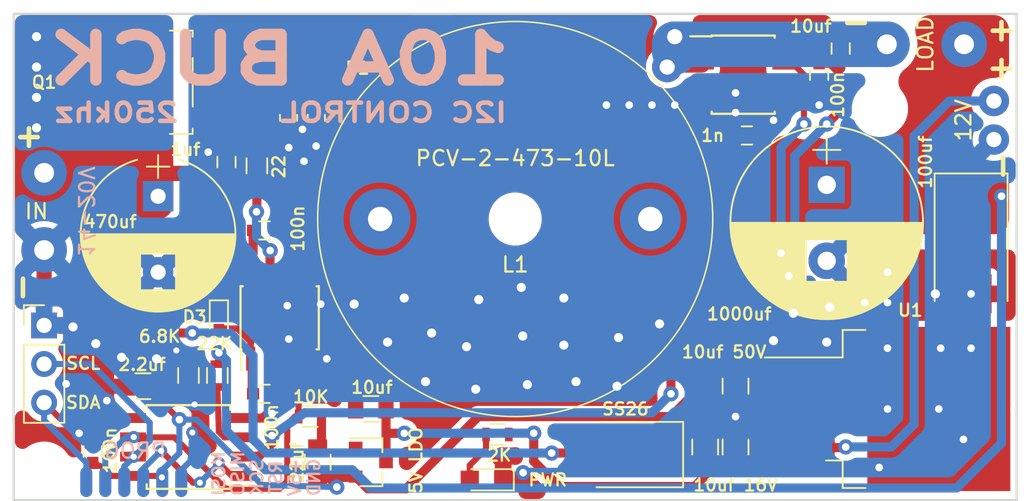
<source format=kicad_pcb>
(kicad_pcb (version 20221018) (generator pcbnew)
  (layers (0 "F.Cu" signal) (31 "B.Cu" signal) (34 "B.Paste" user) (35 "F.Paste" user) (36 "B.SilkS" user "B.Silkscreen") (37 "F.SilkS" user "F.Silkscreen") (38 "B.Mask" user) (39 "F.Mask" user) (44 "Edge.Cuts" user))
  (net 0 "")
  (net 1 "GND")
  (net 2 "Net-(C1-Pad2)")
  (net 3 "+12V")
  (net 4 "+5V")
  (net 5 "Net-(C6-Pad1)")
  (net 6 "Net-(C8-Pad2)")
  (net 7 "Net-(C8-Pad1)")
  (net 8 "/VOUT")
  (net 9 "Net-(C15-Pad2)")
  (net 10 "/SCL")
  (net 11 "/SDA")
  (net 12 "Net-(J4-Pad2)")
  (net 13 "Net-(Q1-Pad1)")
  (net 14 "/Vsense")
  (net 15 "/PWM")
  (net 16 "Net-(R4-Pad2)")
  (net 17 "Net-(U3-Pad5)")
  (net 18 "/Isense")
  (net 19 "/RST")
  (net 20 "Net-(D4-Pad2)")
  (footprint "Capacitors_SMD:C_0805" (layer "F.Cu") (at 213.5 132.5 90)
    (fp_text reference "C1" hide)
    (fp_text value "10uf 50V")
  )
  (footprint "Capacitors_SMD:C_0805" (layer "F.Cu") (at 189.5 134)
    (fp_text reference "C2" hide)
    (fp_text value "10uf")
  )
  (footprint "Capacitors_SMD:C_0805" (layer "F.Cu") (at 213.5 136.5 -90)
    (fp_text reference "C3" hide)
    (fp_text value "10uf 16V")
  )
  (footprint "Capacitors_SMD:C_0805" (layer "F.Cu") (at 174.5 132.5)
    (fp_text reference "C4" hide)
    (fp_text value "2.2uf")
  )
  (footprint "Capacitors_SMD:C_0805" (layer "F.Cu") (at 211.5 136.5 -90)
    (fp_text reference "C5" hide)
    (fp_text value "10uf 16V" hide)
  )
  (footprint "Capacitors_THT:CP_Radial_D10.0mm_P5.00mm" (layer "F.Cu") (at 175.5 120 -90)
    (fp_text reference "C6" hide)
    (fp_text value "470uf")
  )
  (footprint "Capacitors_SMD:C_0603" (layer "F.Cu") (at 182.5 133 180)
    (fp_text reference "C7" hide)
    (fp_text value "100n")
  )
  (footprint "Capacitors_SMD:C_0603" (layer "F.Cu") (at 182.5 122.25 180)
    (fp_text reference "C8" hide)
    (fp_text value "100n")
  )
  (footprint "Capacitors_SMD:C_0603" (layer "F.Cu") (at 180 117.75 -90)
    (fp_text reference "C9" hide)
    (fp_text value "1uf")
  )
  (footprint "Capacitors_THT:CP_Radial_D12.5mm_P5.00mm" (layer "F.Cu") (at 219.5 119.25 -90)
    (fp_text reference "C10" hide)
    (fp_text value "1000uf")
  )
  (footprint "Capacitors_SMD:C_0603" (layer "F.Cu") (at 171.2 136.8 -90)
    (fp_text reference "C11" hide)
    (fp_text value "100n")
  )
  (footprint "Capacitors_Tantalum_SMD:CP_Tantalum_Case-V_EIA-7343-20_Reflow" (layer "F.Cu") (at 229 123.25 -90)
    (fp_text reference "C12" hide)
    (fp_text value "100uf")
  )
  (footprint "Capacitors_SMD:C_0805" (layer "F.Cu") (at 186 137.5 -90)
    (fp_text reference "C13" hide)
    (fp_text value "22uf")
  )
  (footprint "Capacitors_SMD:C_0603" (layer "F.Cu") (at 219 112 90)
    (fp_text reference "C14" hide)
    (fp_text value "100n")
  )
  (footprint "Capacitors_SMD:C_0603" (layer "F.Cu") (at 214.25 116)
    (fp_text reference "C15" hide)
    (fp_text value "1n")
  )
  (footprint "D_Powermite3" (layer "F.Cu") (at 185 112.5 -90)
    (fp_text reference "D1")
    (fp_text value "PPS1045" hide)
  )
  (footprint "Diodes_SMD:D_SMB" (layer "F.Cu") (at 206.5 137 180)
    (fp_text reference "D2" hide)
    (fp_text value "SS26")
  )
  (footprint "Diodes_SMD:D_SOD-523" (layer "F.Cu") (at 179.5 128 -90)
    (fp_text reference "D3")
    (fp_text value "1N5819" hide)
  )
  (footprint "KiCadCustomLibs:Conn_Power" (layer "F.Cu") (at 168 121 90)
    (fp_text reference "J1" hide)
    (fp_text value "IN")
  )
  (footprint "KiCadCustomLibs:Conn2pin_2.54mm" (layer "F.Cu") (at 230.5 115 90)
    (fp_text reference "J2" hide)
    (fp_text value "12V")
  )
  (footprint "Pin_Headers:Pin_Header_Straight_1x03_Pitch2.54mm" (layer "F.Cu") (at 168 128.5)
    (fp_text reference "J3" hide)
    (fp_text value "i2c" hide)
  )
  (footprint "KiCadCustomLibs:Conn_Power" (layer "F.Cu") (at 226 110 180)
    (fp_text reference "J4" hide)
    (fp_text value "LOAD")
  )
  (footprint "KiCadCustomLibs:PCV-2-473-10L" (layer "F.Cu") (at 199 121.5)
    (fp_text reference "L1")
    (fp_text value "47uH" hide)
  )
  (footprint "TO_SOT_Packages_SMD:TO-252-2_Rectifier" (layer "F.Cu") (at 175.5 112.5 180)
    (fp_text reference "Q1")
    (fp_text value "IRLR8726PBF" hide)
  )
  (footprint "Resistors_SMD:R_0603" (layer "F.Cu") (at 179.4 131.8 90)
    (fp_text reference "R1" hide)
    (fp_text value "22K")
  )
  (footprint "Resistors_SMD:R_0603" (layer "F.Cu") (at 177.5 131.8 -90)
    (fp_text reference "R2" hide)
    (fp_text value "6.8K")
  )
  (footprint "Resistors_SMD:R_0603" (layer "F.Cu") (at 185.5 134.5 180)
    (fp_text reference "R3" hide)
    (fp_text value "10K")
  )
  (footprint "Resistors_SMD:R_0603" (layer "F.Cu") (at 182 118 -90)
    (fp_text reference "R4" hide)
    (fp_text value "22")
  )
  (footprint "TO_SOT_Packages_SMD:TO-263-3_TabPin2" (layer "F.Cu") (at 223.5 134)
    (fp_text reference "U1")
    (fp_text value "LM2940-12V" hide)
  )
  (footprint "TO_SOT_Packages_SMD:SOT-23" (layer "F.Cu") (at 189.5 137.5)
    (fp_text reference "U2" hide)
    (fp_text value "MCP1703-5V" hide)
  )
  (footprint "Housings_SOIC:SOIC-8_3.9x4.9mm_Pitch1.27mm" (layer "F.Cu") (at 183.5 128 90)
    (fp_text reference "U3" hide)
    (fp_text value "IR2101")
  )
  (footprint "Housings_SOIC:SOIJ-8_5.3x5.3mm_Pitch1.27mm" (layer "F.Cu") (at 177.5 136.5 180)
    (fp_text reference "U4" hide)
    (fp_text value "ATTINY85-20SU" hide)
  )
  (footprint "Housings_SOIC:SOIC-8_3.9x4.9mm_Pitch1.27mm" (layer "F.Cu") (at 214 112)
    (fp_text reference "U5" hide)
    (fp_text value "ACS712-5" hide)
  )
  (footprint "Mounting_Holes:MountingHole_3.2mm_M3" (layer "F.Cu") (at 168 138)
    (fp_text reference "REF**" hide)
    (fp_text value "MountingHole_3.2mm_M3" hide)
  )
  (footprint "Mounting_Holes:MountingHole_3.2mm_M3" (layer "F.Cu") (at 223 114.25)
    (fp_text reference "REF**" hide)
    (fp_text value "MountingHole_3.2mm_M3" hide)
  )
  (footprint "LEDs:LED_0805" (layer "F.Cu") (at 197.11 138.66 180)
    (fp_text reference "D4" hide)
    (fp_text value "LED" hide)
  )
  (footprint "Resistors_SMD:R_0603" (layer "F.Cu") (at 197.83 135.68)
    (fp_text reference "R5" hide)
    (fp_text value "2K")
  )
  (footprint "Capacitors_SMD:C_0603" (layer "F.Cu") (at 220.42 110.28 -90)
    (fp_text reference "C16" hide)
    (fp_text value "10uf")
  )
  (footprint "KiCadCustomLibs:Pads_prog_6pin1.25mm" (layer "B.Cu") (at 173.9 138.8)
    (fp_text reference "J5" hide)
    (fp_text value "PROG")
  )
  (gr_line (start 232 140) (end 166 140) (stroke (width 0.15)) (layer "Edge.Cuts"))
  (gr_line (start 166 108) (end 166 140) (stroke (width 0.15)) (layer "Edge.Cuts"))
  (gr_line (start 232 108) (end 232 140) (stroke (width 0.15)) (layer "Edge.Cuts"))
  (gr_line (start 166 108) (end 232 108) (stroke (width 0.15)) (layer "Edge.Cuts"))
  (gr_text "14-20V" (at 170.75 121 270) (layer "B.SilkS") (effects (font (size 1 1)) (justify mirror)))
  (gr_text "MOSI" (at 179.5 138.25 90) (layer "B.SilkS") (effects (font (size 0.8 0.8)) (justify mirror)))
  (gr_text "SCK" (at 182 138.5 90) (layer "B.SilkS") (effects (font (size 0.8 0.8)) (justify mirror)))
  (gr_text "I2C CONTROL" (at 191 114.5) (layer "B.SilkS") (effects (font (size 1.2 1.5) (thickness 0.3)) (justify mirror)))
  (gr_text "MISO" (at 180.75 138.25 90) (layer "B.SilkS") (effects (font (size 0.8 0.8)) (justify mirror)))
  (gr_text "RST" (at 183.25 138.5 90) (layer "B.SilkS") (effects (font (size 0.8 0.8)) (justify mirror)))
  (gr_text "+5V" (at 184.5 138.5 90) (layer "B.SilkS") (effects (font (size 0.8 0.8)) (justify mirror)))
  (gr_text "250khz" (at 172.75 114.5) (layer "B.SilkS") (effects (font (size 1.2 1.5) (thickness 0.3)) (justify mirror)))
  (gr_text "GND" (at 185.75 138.5 90) (layer "B.SilkS") (effects (font (size 0.8 0.8)) (justify mirror)))
  (gr_text "10A BUCK" (at 183.5 111) (layer "B.SilkS") (effects (font (size 3 4) (thickness 0.75)) (justify mirror)))
  (gr_text "-" (at 231 118 90) (layer "F.SilkS") (effects (font (size 1.5 1.5) (thickness 0.3))))
  (gr_text "+" (at 231 111.5) (layer "F.SilkS") (effects (font (size 1.5 1.5) (thickness 0.3))))
  (gr_text "SDA" (at 170.575 133.575) (layer "F.SilkS") (effects (font (size 0.8 0.8))))
  (gr_text "5V LDO" (at 192.47 137.38 90) (layer "F.SilkS") (effects (font (size 0.8 0.8))))
  (gr_text "-" (at 221.43 108.49) (layer "F.SilkS") (effects (font (size 1.5 1.5) (thickness 0.3))))
  (gr_text "-" (at 166.5 126 90) (layer "F.SilkS") (effects (font (size 1.5 1.5) (thickness 0.3))))
  (gr_text "SCL" (at 170.575 131) (layer "F.SilkS") (effects (font (size 0.8 0.8))))
  (gr_text "+" (at 167 116) (layer "F.SilkS") (effects (font (size 1.5 1.5) (thickness 0.3))))
  (gr_text "PWR" (at 201.14 138.67) (layer "F.SilkS") (effects (font (size 0.8 0.8))))
  (gr_text "+" (at 231 109) (layer "F.SilkS") (effects (font (size 1.5 1.5) (thickness 0.3))))
  (segment (start 177.75 135.55) (end 177.9 135.4) (width 0.4) (layer "F.Cu") (net 1))
  (segment (start 177.9 135.4) (end 177.9 133.7) (width 0.4) (layer "F.Cu") (net 1))
  (segment (start 176.7 130.15) (end 177.3 131.05) (width 0.4) (layer "F.Cu") (net 1))
  (segment (start 177.3 131.05) (end 177.5 131.05) (width 0.4) (layer "F.Cu") (net 1))
  (segment (start 216.7 114.3) (end 216 115) (width 0.6) (layer "F.Cu") (net 1))
  (segment (start 209.595 113.905) (end 209.5 114) (width 0.4) (layer "F.Cu") (net 1))
  (segment (start 208 114) (end 206.5 114) (width 0.4) (layer "F.Cu") (net 1))
  (segment (start 222 127) (end 223.5 127) (width 0.4) (layer "F.Cu") (net 1))
  (segment (start 214 134) (end 213.5 134.5) (width 1) (layer "F.Cu") (net 1))
  (segment (start 223.5 130) (end 226.875 133.375) (width 0.4) (layer "F.Cu") (net 1))
  (segment (start 226.875 133.375) (end 226.875 134) (width 0.4) (layer "F.Cu") (net 1))
  (segment (start 227 130) (end 229 130) (width 0.4) (layer "F.Cu") (net 1))
  (segment (start 228.5 136) (end 226.875 134.375) (width 0.4) (layer "F.Cu") (net 1))
  (segment (start 226.875 134.375) (end 226.875 134) (width 0.4) (layer "F.Cu") (net 1))
  (segment (start 183.25 133.75) (end 183 134) (width 0.4) (layer "F.Cu") (net 1))
  (segment (start 182.405 134.595) (end 181.15 134.595) (width 0.6) (layer "F.Cu") (net 1))
  (segment (start 183 134) (end 182.405 134.595) (width 0.6) (layer "F.Cu") (net 1))
  (segment (start 184.135 129.435) (end 184.1 129.4) (width 0.4) (layer "F.Cu") (net 1))
  (segment (start 184 127.2) (end 184.1 127.1) (width 0.4) (layer "F.Cu") (net 1))
  (segment (start 184.1 127.1) (end 186.2 127.1) (width 0.4) (layer "F.Cu") (net 1))
  (segment (start 178.8 117.1) (end 178.9 117) (width 0.4) (layer "F.Cu") (net 1))
  (segment (start 178.9 117) (end 180 117) (width 0.6) (layer "F.Cu") (net 1))
  (segment (start 184.0855 116.7855) (end 184.1 116.8) (width 0.4) (layer "F.Cu") (net 1))
  (segment (start 185.9145 116.6855) (end 185.9 116.7) (width 0.4) (layer "F.Cu") (net 1))
  (segment (start 186.25 136.25) (end 186 136.5) (width 0.6) (layer "F.Cu") (net 1))
  (segment (start 170.75 136.05) (end 170.3 135.6) (width 0.6) (layer "F.Cu") (net 1))
  (segment (start 169.45 132.35) (end 172.125 133.45) (width 0.6) (layer "F.Cu") (net 1))
  (segment (start 185 115.6) (end 185 115.553) (width 0.6) (layer "F.Cu") (net 1))
  (segment (start 185 115.553) (end 185 115.6) (width 0.6) (layer "F.Cu") (net 1))
  (segment (start 185 115.6) (end 185 115.553) (width 0.6) (layer "F.Cu") (net 1))
  (segment (start 185 115.553) (end 185.9145 115.553) (width 1) (layer "F.Cu") (net 1))
  (segment (start 188.4 127.1) (end 190.6 129.3) (width 1) (layer "F.Cu") (net 1))
  (segment (start 190.6 129.3) (end 190.6 129.6) (width 1) (layer "F.Cu") (net 1))
  (segment (start 193.1 132.2) (end 193.5 131.8) (width 1) (layer "F.Cu") (net 1))
  (segment (start 193.5 131.8) (end 193.5 129) (width 1) (layer "F.Cu") (net 1))
  (segment (start 191.7 126.7) (end 191.8 126.8) (width 1) (layer "F.Cu") (net 1))
  (segment (start 191.8 126.8) (end 196.6 126.8) (width 1) (layer "F.Cu") (net 1))
  (segment (start 195.8 129.9) (end 196.4 130.5) (width 1) (layer "F.Cu") (net 1))
  (segment (start 196.4 130.5) (end 196.4 132.7) (width 1) (layer "F.Cu") (net 1))
  (segment (start 199.8 132.4) (end 199.5 132.1) (width 1) (layer "F.Cu") (net 1))
  (segment (start 199.5 132.1) (end 199.5 129.2) (width 1) (layer "F.Cu") (net 1))
  (segment (start 199.4 126) (end 200.1 126.7) (width 1) (layer "F.Cu") (net 1))
  (segment (start 200.1 126.7) (end 202.2 126.7) (width 1) (layer "F.Cu") (net 1))
  (segment (start 202.2 129.8) (end 203 130.6) (width 1) (layer "F.Cu") (net 1))
  (segment (start 203 130.6) (end 203 132.2) (width 1) (layer "F.Cu") (net 1))
  (segment (start 205.7 132.5) (end 205.8 132.4) (width 1) (layer "F.Cu") (net 1))
  (segment (start 205.8 132.4) (end 205.8 129.3) (width 1) (layer "F.Cu") (net 1))
  (segment (start 208.5 128.4) (end 208.5 128.5) (width 1) (layer "F.Cu") (net 1))
  (segment (start 222 125) (end 219.7 127.3) (width 1) (layer "F.Cu") (net 1))
  (segment (start 219.5 129.6) (end 216 129.5) (width 1) (layer "F.Cu") (net 1))
  (segment (start 169.8 128.5) (end 169.9 128.6) (width 0.6) (layer "F.Cu") (net 1))
  (segment (start 171.4 129.7) (end 172.3 130.6) (width 0.6) (layer "F.Cu") (net 1))
  (segment (start 172.3 130.6) (end 173.1 130.6) (width 0.6) (layer "F.Cu") (net 1))
  (segment (start 222.95 137.85) (end 223.825 138.725) (width 0.6) (layer "F.Cu") (net 1))
  (segment (start 199.05 138.66) (end 199.52 138.19) (width 0.4) (layer "F.Cu") (net 1))
  (segment (start 219.46 109.53) (end 218.93 109) (width 0.6) (layer "F.Cu") (net 1))
  (segment (start 218.93 109) (end 215.18 109) (width 0.6) (layer "F.Cu") (net 1))
  (segment (start 215.18 109) (end 213.5 110.68) (width 0.6) (layer "F.Cu") (net 1))
  (segment (start 213.5 110.68) (end 213.5 113.2) (width 0.6) (layer "F.Cu") (net 1))
  (segment (start 198.21 138.66) (end 199.05 138.66) (width 0.4) (layer "F.Cu") (net 1))
  (segment (start 217.725 134) (end 214 134) (width 1) (layer "F.Cu") (net 1))
  (segment (start 211.3 113.905) (end 209.595 113.905) (width 0.4) (layer "F.Cu") (net 1))
  (segment (start 184.0855 115.553) (end 184.0855 116.7855) (width 2) (layer "F.Cu") (net 1))
  (segment (start 168 128.5) (end 169.8 128.5) (width 0.6) (layer "F.Cu") (net 1))
  (segment (start 185.9145 115.553) (end 185.9145 116.6855) (width 2) (layer "F.Cu") (net 1))
  (segment (start 217.725 134) (end 226.875 134) (width 1) (layer "F.Cu") (net 1))
  (segment (start 216.7 113.905) (end 216.7 114.3) (width 0.6) (layer "F.Cu") (net 1))
  (segment (start 186.25 134.5) (end 186.25 136.25) (width 0.6) (layer "F.Cu") (net 1))
  (segment (start 183 134) (end 183 134.3) (width 0.4) (layer "F.Cu") (net 1))
  (segment (start 185.405 130.7) (end 184.135 130.7) (width 0.6) (layer "F.Cu") (net 1))
  (segment (start 186.6 130.7) (end 185.405 130.7) (width 0.6) (layer "F.Cu") (net 1))
  (segment (start 213.5 114.5) (end 213.5 116) (width 0.6) (layer "F.Cu") (net 1))
  (segment (start 217.725 134) (end 223.5 134) (width 1) (layer "F.Cu") (net 1))
  (segment (start 168 123.54) (end 168 128.5) (width 1) (layer "F.Cu") (net 1))
  (segment (start 184.135 130.7) (end 184.135 129.435) (width 0.4) (layer "F.Cu") (net 1))
  (segment (start 171.2 136.05) (end 170.75 136.05) (width 0.6) (layer "F.Cu") (net 1))
  (segment (start 220.42 109.53) (end 219.46 109.53) (width 0.6) (layer "F.Cu") (net 1))
  (segment (start 183.25 133) (end 183.25 133.75) (width 0.4) (layer "F.Cu") (net 1))
  (segment (start 223.5 125) (end 222 125) (width 1) (layer "F.Cu") (net 1))
  (segment (start 211.3 112.635) (end 211.3 113.905) (width 0.6) (layer "F.Cu") (net 1))
  (segment (start 219 112.75) (end 219 114) (width 0.6) (layer "F.Cu") (net 1))
  (segment (start 184.0855 115.553) (end 185 115.553) (width 1) (layer "F.Cu") (net 1))
  (via (at 196.6 126.8) (size 1) (drill 0.6) (layers "F.Cu" "B.Cu") (net 1))
  (via (at 171.4 129.7) (size 1) (drill 0.6) (layers "F.Cu" "B.Cu") (net 1))
  (via (at 196.4 132.7) (size 1) (drill 0.6) (layers "F.Cu" "B.Cu") (net 1))
  (via (at 186.2 127.1) (size 1) (drill 0.5) (layers "F.Cu" "B.Cu") (net 1))
  (via (at 219 114) (size 1) (drill 0.5) (layers "F.Cu" "B.Cu") (net 1))
  (via (at 205 114) (size 1) (drill 0.5) (layers "F.Cu" "B.Cu") (net 1))
  (via (at 176.7 130.15) (size 0.8) (drill 0.4) (layers "F.Cu" "B.Cu") (net 1))
  (via (at 213.5 114.5) (size 1) (drill 0.5) (layers "F.Cu" "B.Cu") (net 1))
  (via (at 222 127) (size 1) (drill 0.5) (layers "F.Cu" "B.Cu") (net 1))
  (via (at 209.5 114) (size 1) (drill 0.5) (layers "F.Cu" "B.Cu") (net 1))
  (via (at 213.5 113.2) (size 1) (drill 0.5) (layers "F.Cu" "B.Cu") (net 1))
  (via (at 219.7 127.3) (size 1) (drill 0.6) (layers "F.Cu" "B.Cu") (net 1))
  (via (at 199.4 126) (size 1) (drill 0.6) (layers "F.Cu" "B.Cu") (net 1))
  (via (at 193.1 132.2) (size 1) (drill 0.6) (layers "F.Cu" "B.Cu") (net 1))
  (via (at 227 130) (size 1) (drill 0.5) (layers "F.Cu" "B.Cu") (net 1))
  (via (at 203 132.2) (size 1) (drill 0.6) (layers "F.Cu" "B.Cu") (net 1))
  (via (at 195.8 129.9) (size 1) (drill 0.6) (layers "F.Cu" "B.Cu") (net 1))
  (via (at 199.5 129.2) (size 1) (drill 0.6) (layers "F.Cu" "B.Cu") (net 1))
  (via (at 228.5 136) (size 1) (drill 0.5) (layers "F.Cu" "B.Cu") (net 1))
  (via (at 183 134.3) (size 1) (drill 0.5) (layers "F.Cu" "B.Cu") (net 1))
  (via (at 222.95 137.85) (size 1) (drill 0.5) (layers "F.Cu" "B.Cu") (net 1))
  (via (at 216 129.5) (size 1) (drill 0.6) (layers "F.Cu" "B.Cu") (net 1))
  (via (at 169.45 132.35) (size 1) (drill 0.5) (layers "F.Cu" "B.Cu") (net 1))
  (via (at 184.1 129.4) (size 1) (drill 0.5) (layers "F.Cu" "B.Cu") (net 1))
  (via (at 191.7 126.7) (size 1) (drill 0.6) (layers "F.Cu" "B.Cu") (net 1))
  (via (at 229 126.425) (size 1) (drill 0.5) (layers "F.Cu" "B.Cu") (net 1))
  (via (at 223.5 130) (size 1) (drill 0.5) (layers "F.Cu" "B.Cu") (net 1))
  (via (at 184.1 116.8) (size 1) (drill 0.5) (layers "F.Cu" "B.Cu") (net 1))
  (via (at 206.5 114) (size 1) (drill 0.5) (layers "F.Cu" "B.Cu") (net 1))
  (via (at 186.6 130.7) (size 1) (drill 0.5) (layers "F.Cu" "B.Cu") (net 1))
  (via (at 188.4 127.1) (size 1) (drill 0.6) (layers "F.Cu" "B.Cu") (net 1))
  (via (at 208.5 128.4) (size 1) (drill 0.6) (layers "F.Cu" "B.Cu") (net 1))
  (via (at 208 114) (size 1) (drill 0.5) (layers "F.Cu" "B.Cu") (net 1))
  (via (at 223.5 127) (size 1) (drill 0.5) (layers "F.Cu" "B.Cu") (net 1))
  (via (at 184 127.2) (size 1) (drill 0.5) (layers "F.Cu" "B.Cu") (net 1))
  (via (at 223.5 134) (size 1) (drill 0.5) (layers "F.Cu" "B.Cu") (net 1))
  (via (at 205.8 129.3) (size 1) (drill 0.6) (layers "F.Cu" "B.Cu") (net 1))
  (via (at 217.3 127.7) (size 1) (drill 0.6) (layers "F.Cu" "B.Cu") (net 1))
  (via (at 205.7 132.5) (size 1) (drill 0.6) (layers "F.Cu" "B.Cu") (net 1))
  (via (at 177.9 133.7) (size 0.8) (drill 0.4) (layers "F.Cu" "B.Cu") (net 1))
  (via (at 202.2 129.8) (size 1) (drill 0.6) (layers "F.Cu" "B.Cu") (net 1))
  (via (at 172.125 133.45) (size 1) (drill 0.5) (layers "F.Cu" "B.Cu") (net 1))
  (via (at 213.5 134.5) (size 1) (drill 0.5) (layers "F.Cu" "B.Cu") (net 1))
  (via (at 223.5 125) (size 1) (drill 0.5) (layers "F.Cu" "B.Cu") (net 1))
  (via (at 219.5 129.6) (size 1) (drill 0.6) (layers "F.Cu" "B.Cu") (net 1))
  (via (at 216 115) (size 1) (drill 0.5) (layers "F.Cu" "B.Cu") (net 1))
  (via (at 170.3 135.6) (size 1) (drill 0.5) (layers "F.Cu" "B.Cu") (net 1))
  (via (at 229 130) (size 1) (drill 0.5) (layers "F.Cu" "B.Cu") (net 1))
  (via (at 202.2 126.7) (size 1) (drill 0.6) (layers "F.Cu" "B.Cu") (net 1))
  (via (at 193.5 129) (size 1) (drill 0.6) (layers "F.Cu" "B.Cu") (net 1))
  (via (at 178.8 117.1) (size 1) (drill 0.5) (layers "F.Cu" "B.Cu") (net 1))
  (via (at 185 115.6) (size 1) (drill 0.5) (layers "F.Cu" "B.Cu") (net 1))
  (via (at 175.4 130.7) (size 1) (drill 0.6) (layers "F.Cu" "B.Cu") (net 1))
  (via (at 199.8 132.4) (size 1) (drill 0.6) (layers "F.Cu" "B.Cu") (net 1))
  (via (at 226.65 126.43) (size 1) (drill 0.6) (layers "F.Cu" "B.Cu") (net 1))
  (via (at 199.52 138.19) (size 1) (drill 0.5) (layers "F.Cu" "B.Cu") (net 1))
  (via (at 169.9 128.6) (size 1) (drill 0.6) (layers "F.Cu" "B.Cu") (net 1))
  (via (at 190.6 129.6) (size 1) (drill 0.6) (layers "F.Cu" "B.Cu") (net 1))
  (via (at 173.1 130.6) (size 1) (drill 0.6) (layers "F.Cu" "B.Cu") (net 1))
  (via (at 185.1 117.7) (size 1) (drill 0.5) (layers "F.Cu" "B.Cu") (net 1))
  (via (at 226.875 134) (size 1) (drill 0.5) (layers "F.Cu" "B.Cu") (net 1))
  (via (at 177.75 135.55) (size 0.8) (drill 0.4) (layers "F.Cu" "B.Cu") (net 1))
  (via (at 185.9 116.7) (size 1) (drill 0.5) (layers "F.Cu" "B.Cu") (net 1))
  (segment (start 177.025 138.025) (end 177.75 137.3) (width 0.4) (layer "B.Cu") (net 1))
  (segment (start 177.75 137.3) (end 177.75 135.55) (width 0.4) (layer "B.Cu") (net 1))
  (segment (start 177.9 133.7) (end 176.7 132.15) (width 0.4) (layer "B.Cu") (net 1))
  (segment (start 176.7 132.15) (end 176.7 130.15) (width 0.4) (layer "B.Cu") (net 1))
  (segment (start 215.5 114.5) (end 216 115) (width 0.4) (layer "B.Cu") (net 1))
  (segment (start 217 114) (end 216 115) (width 0.4) (layer "B.Cu") (net 1))
  (segment (start 209.5 114) (end 208 114) (width 0.4) (layer "B.Cu") (net 1))
  (segment (start 206.5 114) (end 205 114) (width 0.4) (layer "B.Cu") (net 1))
  (segment (start 229 126.5) (end 229 126.425) (width 0.4) (layer "B.Cu") (net 1))
  (segment (start 219.5 124.5) (end 222 127) (width 0.4) (layer "B.Cu") (net 1))
  (segment (start 223.5 127) (end 223.5 125) (width 0.4) (layer "B.Cu") (net 1))
  (segment (start 219 134.5) (end 223.5 130) (width 0.4) (layer "B.Cu") (net 1))
  (segment (start 226.875 134) (end 227 133.875) (width 0.4) (layer "B.Cu") (net 1))
  (segment (start 227 133.875) (end 227 130) (width 0.4) (layer "B.Cu") (net 1))
  (segment (start 229 135.5) (end 228.5 136) (width 0.4) (layer "B.Cu") (net 1))
  (segment (start 184.1 127.3) (end 184 127.2) (width 0.4) (layer "B.Cu") (net 1))
  (segment (start 175.5 125) (end 178.8 121.7) (width 0.4) (layer "B.Cu") (net 1))
  (segment (start 178.8 121.7) (end 178.8 117.1) (width 0.4) (layer "B.Cu") (net 1))
  (segment (start 185.9 116.7) (end 185.9 116.8) (width 0.4) (layer "B.Cu") (net 1))
  (segment (start 183 133.4) (end 185.7 130.7) (width 0.6) (layer "B.Cu") (net 1))
  (segment (start 185.7 130.7) (end 186.6 130.7) (width 0.6) (layer "B.Cu") (net 1))
  (segment (start 169.65 132.55) (end 169.45 132.35) (width 0.6) (layer "B.Cu") (net 1))
  (segment (start 185.9 116.5) (end 185 115.6) (width 0.6) (layer "B.Cu") (net 1))
  (segment (start 184.2 116.8) (end 185.1 117.7) (width 0.4) (layer "B.Cu") (net 1))
  (segment (start 190.6 129.6) (end 193.1 132.1) (width 1) (layer "B.Cu") (net 1))
  (segment (start 193.1 132.1) (end 193.1 132.2) (width 1) (layer "B.Cu") (net 1))
  (segment (start 193.5 129) (end 191.7 127.2) (width 1) (layer "B.Cu") (net 1))
  (segment (start 191.7 127.2) (end 191.7 126.7) (width 1) (layer "B.Cu") (net 1))
  (segment (start 196.6 126.8) (end 195.8 127.6) (width 1) (layer "B.Cu") (net 1))
  (segment (start 195.8 127.6) (end 195.8 129.9) (width 1) (layer "B.Cu") (net 1))
  (segment (start 196.4 132.7) (end 196.7 132.4) (width 1) (layer "B.Cu") (net 1))
  (segment (start 196.7 132.4) (end 199.8 132.4) (width 1) (layer "B.Cu") (net 1))
  (segment (start 199.5 129.2) (end 199.4 129.1) (width 1) (layer "B.Cu") (net 1))
  (segment (start 199.4 129.1) (end 199.4 126) (width 1) (layer "B.Cu") (net 1))
  (segment (start 202.2 126.7) (end 202.2 129.8) (width 1) (layer "B.Cu") (net 1))
  (segment (start 203 132.2) (end 203.3 132.5) (width 1) (layer "B.Cu") (net 1))
  (segment (start 203.3 132.5) (end 205.7 132.5) (width 1) (layer "B.Cu") (net 1))
  (segment (start 205.8 129.3) (end 206.7 128.4) (width 1) (layer "B.Cu") (net 1))
  (segment (start 206.7 128.4) (end 208.5 128.4) (width 1) (layer "B.Cu") (net 1))
  (segment (start 219.7 127.3) (end 219.5 127.5) (width 1) (layer "B.Cu") (net 1))
  (segment (start 219.5 127.5) (end 219.5 129.6) (width 1) (layer "B.Cu") (net 1))
  (segment (start 216 129.5) (end 216.9 127.7) (width 1) (layer "B.Cu") (net 1))
  (segment (start 216.9 127.7) (end 217.3 127.7) (width 1) (layer "B.Cu") (net 1))
  (segment (start 169.9 128.6) (end 171 129.7) (width 0.6) (layer "B.Cu") (net 1))
  (segment (start 171 129.7) (end 171.4 129.7) (width 0.6) (layer "B.Cu") (net 1))
  (segment (start 173.1 130.6) (end 173.2 130.7) (width 0.6) (layer "B.Cu") (net 1))
  (segment (start 173.2 130.7) (end 175.4 130.7) (width 0.6) (layer "B.Cu") (net 1))
  (segment (start 226.655 126.425) (end 226.65 126.43) (width 0.6) (layer "B.Cu") (net 1))
  (segment (start 221.05 134) (end 218.575 136.475) (width 0.6) (layer "B.Cu") (net 1))
  (segment (start 218.575 136.475) (end 218.575 137.15) (width 0.6) (layer "B.Cu") (net 1))
  (segment (start 218.575 137.15) (end 219.275 137.85) (width 0.6) (layer "B.Cu") (net 1))
  (segment (start 219.275 137.85) (end 222.95 137.85) (width 0.6) (layer "B.Cu") (net 1))
  (segment (start 199.52 138.19) (end 199.64 138.07) (width 0.4) (layer "B.Cu") (net 1))
  (segment (start 199.64 138.07) (end 209.93 138.07) (width 0.4) (layer "B.Cu") (net 1))
  (segment (start 209.93 138.07) (end 213.5 134.5) (width 0.4) (layer "B.Cu") (net 1))
  (segment (start 185.9 116.7) (end 185.9 116.5) (width 0.6) (layer "B.Cu") (net 1))
  (segment (start 183 134.3) (end 183 133.4) (width 0.6) (layer "B.Cu") (net 1))
  (segment (start 213.5 114.5) (end 215.5 114.5) (width 0.4) (layer "B.Cu") (net 1))
  (segment (start 219 114) (end 217 114) (width 0.4) (layer "B.Cu") (net 1))
  (segment (start 177.025 138.8) (end 177.025 138.025) (width 0.4) (layer "B.Cu") (net 1))
  (segment (start 213.5 113.2) (end 213.5 114.5) (width 0.4) (layer "B.Cu") (net 1))
  (segment (start 184.1 116.8) (end 184.2 116.8) (width 0.4) (layer "B.Cu") (net 1))
  (segment (start 175.5 125) (end 175.5 125) (width 0.4) (layer "B.Cu") (net 1))
  (segment (start 229 126.425) (end 226.655 126.425) (width 0.6) (layer "B.Cu") (net 1))
  (segment (start 186.2 127.1) (end 188.4 127.1) (width 1) (layer "B.Cu") (net 1))
  (segment (start 229 130) (end 229 135.5) (width 0.4) (layer "B.Cu") (net 1))
  (segment (start 219.5 124.25) (end 219.5 124.5) (width 0.4) (layer "B.Cu") (net 1))
  (segment (start 223.5 134) (end 221.05 134) (width 0.6) (layer "B.Cu") (net 1))
  (segment (start 213.5 134.5) (end 219 134.5) (width 0.4) (layer "B.Cu") (net 1))
  (segment (start 170.3 135.6) (end 169.65 132.55) (width 0.6) (layer "B.Cu") (net 1))
  (segment (start 184.1 129.4) (end 184.1 127.3) (width 0.4) (layer "B.Cu") (net 1))
  (segment (start 213.54 131.46) (end 213.5 131.5) (width 0.4) (layer "F.Cu") (net 2))
  (segment (start 208.65 136.35) (end 213.5 131.5) (width 0.6) (layer "F.Cu") (net 2))
  (segment (start 217.725 131.46) (end 213.54 131.46) (width 0.6) (layer "F.Cu") (net 2))
  (segment (start 208.65 137) (end 208.65 136.35) (width 0.4) (layer "F.Cu") (net 2))
  (segment (start 180.7 128.7) (end 181.595 129.595) (width 0.4) (layer "F.Cu") (net 3))
  (segment (start 181.595 129.595) (end 181.595 130.7) (width 0.4) (layer "F.Cu") (net 3))
  (segment (start 181.595 132.845) (end 181.75 133) (width 0.4) (layer "F.Cu") (net 3))
  (segment (start 213.75 137.5) (end 214.71 136.54) (width 0.6) (layer "F.Cu") (net 3))
  (segment (start 214.71 136.54) (end 217.725 136.54) (width 0.6) (layer "F.Cu") (net 3))
  (segment (start 220.75 136.5) (end 220.71 136.54) (width 0.4) (layer "F.Cu") (net 3))
  (segment (start 220.71 136.54) (end 217.725 136.54) (width 0.6) (layer "F.Cu") (net 3))
  (segment (start 191.7 135.6) (end 190.5 135.6) (width 0.6) (layer "F.Cu") (net 3))
  (segment (start 190.5 135.6) (end 190.6 135.6) (width 0.4) (layer "F.Cu") (net 3))
  (segment (start 190.6 135.6) (end 190.5 135.6) (width 0.4) (layer "F.Cu") (net 3))
  (segment (start 190.5 135.6) (end 190.5 137.5) (width 0.6) (layer "F.Cu") (net 3))
  (segment (start 211.5 138.4) (end 210.8 139.1) (width 0.6) (layer "F.Cu") (net 3))
  (segment (start 210.8 139.1) (end 201.88 139.1) (width 0.6) (layer "F.Cu") (net 3))
  (segment (start 201.88 139.1) (end 200.22 137.44) (width 0.6) (layer "F.Cu") (net 3))
  (segment (start 200.22 137.44) (end 200.22 135.59) (width 0.6) (layer "F.Cu") (net 3))
  (segment (start 190.5 132.7) (end 186.2 128.4) (width 0.4) (layer "F.Cu") (net 3))
  (segment (start 186.2 128.4) (end 182.79 128.4) (width 0.4) (layer "F.Cu") (net 3))
  (segment (start 182.79 128.4) (end 181.595 129.595) (width 0.4) (layer "F.Cu") (net 3))
  (segment (start 181.595 129.595) (end 181.595 130.7) (width 0.4) (layer "F.Cu") (net 3))
  (segment (start 200.13 135.68) (end 200.22 135.59) (width 0.4) (layer "F.Cu") (net 3))
  (segment (start 179.5 128.7) (end 180.7 128.7) (width 0.4) (layer "F.Cu") (net 3))
  (segment (start 181.595 130.7) (end 181.595 132.845) (width 0.4) (layer "F.Cu") (net 3))
  (segment (start 211.5 137.5) (end 213.5 137.5) (width 0.6) (layer "F.Cu") (net 3))
  (segment (start 190.5 134) (end 190.5 132.7) (width 0.4) (layer "F.Cu") (net 3))
  (segment (start 211.5 137.5) (end 211.5 138.4) (width 0.6) (layer "F.Cu") (net 3))
  (segment (start 213.5 137.5) (end 213.75 137.5) (width 0.4) (layer "F.Cu") (net 3))
  (segment (start 198.58 135.68) (end 200.13 135.68) (width 0.4) (layer "F.Cu") (net 3))
  (segment (start 190.5 134) (end 190.5 135.6) (width 0.6) (layer "F.Cu") (net 3))
  (via (at 200.22 135.59) (size 1) (drill 0.5) (layers "F.Cu" "B.Cu") (net 3))
  (via (at 220.75 136.5) (size 1) (drill 0.5) (layers "F.Cu" "B.Cu") (net 3))
  (via (at 191.7 135.6) (size 1) (drill 0.5) (layers "F.Cu" "B.Cu") (net 3))
  (segment (start 227.57 113.73) (end 225.25 116.05) (width 0.6) (layer "B.Cu") (net 3))
  (segment (start 225.25 116.05) (end 225.25 135) (width 0.6) (layer "B.Cu") (net 3))
  (segment (start 225.25 135) (end 223.75 136.5) (width 0.6) (layer "B.Cu") (net 3))
  (segment (start 223.75 136.5) (end 220.75 136.5) (width 0.6) (layer "B.Cu") (net 3))
  (segment (start 200.22 135.59) (end 200.12 135.69) (width 0.4) (layer "B.Cu") (net 3))
  (segment (start 200.22 135.59) (end 191.7 135.6) (width 0.6) (layer "B.Cu") (net 3))
  (segment (start 230.5 113.73) (end 227.57 113.73) (width 0.6) (layer "B.Cu") (net 3))
  (segment (start 219 110.75) (end 218.345 110.095) (width 0.6) (layer "F.Cu") (net 4))
  (segment (start 218.345 110.095) (end 216.7 110.095) (width 0.6) (layer "F.Cu") (net 4))
  (segment (start 188.45 138.5) (end 188.5 138.45) (width 0.4) (layer "F.Cu") (net 4))
  (segment (start 219.75 111.25) (end 220.25 111.75) (width 0.6) (layer "F.Cu") (net 4))
  (segment (start 220.25 111.75) (end 220.25 114.5) (width 0.6) (layer "F.Cu") (net 4))
  (segment (start 220.25 114.5) (end 219.5 115.25) (width 0.6) (layer "F.Cu") (net 4))
  (segment (start 217 125.25) (end 210.5 131.75) (width 0.6) (layer "F.Cu") (net 4))
  (segment (start 210.5 131.75) (end 210.5 133.25) (width 0.6) (layer "F.Cu") (net 4))
  (segment (start 210.5 133.25) (end 209.25 134.5) (width 0.6) (layer "F.Cu") (net 4))
  (segment (start 209.25 134.5) (end 196.57 134.5) (width 0.6) (layer "F.Cu") (net 4))
  (segment (start 196.57 134.5) (end 191.82 139.25) (width 0.6) (layer "F.Cu") (net 4))
  (segment (start 191.82 139.25) (end 189.3 139.25) (width 0.6) (layer "F.Cu") (net 4))
  (segment (start 189.3 139.25) (end 188.5 138.45) (width 0.6) (layer "F.Cu") (net 4))
  (segment (start 186.75 138.5) (end 187.26 139.14) (width 0.6) (layer "F.Cu") (net 4))
  (segment (start 175.75 138.5) (end 175.655 138.405) (width 0.4) (layer "F.Cu") (net 4))
  (segment (start 175.655 138.405) (end 173.85 138.405) (width 0.4) (layer "F.Cu") (net 4))
  (segment (start 175.5 133.3) (end 176.9 134.7) (width 0.4) (layer "F.Cu") (net 4))
  (segment (start 172.405 138.405) (end 171.8 137.8) (width 0.4) (layer "F.Cu") (net 4))
  (segment (start 171.8 137.8) (end 171.2 137.55) (width 0.4) (layer "F.Cu") (net 4))
  (segment (start 220.42 111.58) (end 220.25 111.75) (width 0.6) (layer "F.Cu") (net 4))
  (segment (start 219 111.25) (end 219 110.75) (width 0.6) (layer "F.Cu") (net 4))
  (segment (start 219 111.25) (end 219.75 111.25) (width 0.6) (layer "F.Cu") (net 4))
  (segment (start 175.5 132.5) (end 175.5 133.3) (width 0.4) (layer "F.Cu") (net 4))
  (segment (start 220.42 111.03) (end 220.42 111.58) (width 0.6) (layer "F.Cu") (net 4))
  (segment (start 186 138.5) (end 186.75 138.5) (width 0.4) (layer "F.Cu") (net 4))
  (segment (start 186 138.5) (end 188.45 138.5) (width 0.6) (layer "F.Cu") (net 4))
  (segment (start 173.85 138.405) (end 172.405 138.405) (width 0.4) (layer "F.Cu") (net 4))
  (via (at 175.75 138.5) (size 0.8) (drill 0.4) (layers "F.Cu" "B.Cu") (net 4))
  (via (at 219.5 115.25) (size 1) (drill 0.5) (layers "F.Cu" "B.Cu") (net 4))
  (via (at 187.26 139.14) (size 1) (drill 0.5) (layers "F.Cu" "B.Cu") (net 4))
  (via (at 217 125.25) (size 1) (drill 0.5) (layers "F.Cu" "B.Cu") (net 4))
  (via (at 176.9 134.7) (size 1) (drill 0.5) (layers "F.Cu" "B.Cu") (net 4))
  (segment (start 219.5 115.25) (end 217.4 117.35) (width 0.6) (layer "B.Cu") (net 4))
  (segment (start 217.4 117.35) (end 217.4 122.9) (width 0.6) (layer "B.Cu") (net 4))
  (segment (start 217.4 122.9) (end 217.6 123.1) (width 0.6) (layer "B.Cu") (net 4))
  (segment (start 217.6 123.1) (end 217.6 124.65) (width 0.6) (layer "B.Cu") (net 4))
  (segment (start 217.6 124.65) (end 217 125.25) (width 0.6) (layer "B.Cu") (net 4))
  (segment (start 176.9 134.7) (end 176.7 134.9) (width 0.4) (layer "B.Cu") (net 4))
  (segment (start 182.34 139) (end 178.04 134.7) (width 0.4) (layer "B.Cu") (net 4))
  (segment (start 178.04 134.7) (end 176.9 134.7) (width 0.4) (layer "B.Cu") (net 4))
  (segment (start 175.775 138.025) (end 176.9 136.9) (width 0.4) (layer "B.Cu") (net 4))
  (segment (start 176.9 136.9) (end 176.9 134.7) (width 0.4) (layer "B.Cu") (net 4))
  (segment (start 187.26 139.14) (end 182.34 139) (width 0.4) (layer "B.Cu") (net 4))
  (segment (start 175.775 138.8) (end 175.775 138.025) (width 0.4) (layer "B.Cu") (net 4))
  (segment (start 168.21 118.46) (end 171 121.25) (width 0.4) (layer "F.Cu") (net 5))
  (segment (start 171 121.25) (end 171 125.9) (width 0.6) (layer "F.Cu") (net 5))
  (segment (start 171 125.9) (end 174.1 129) (width 0.6) (layer "F.Cu") (net 5))
  (segment (start 174.1 129) (end 177.75 129) (width 0.6) (layer "F.Cu") (net 5))
  (segment (start 176 118.5) (end 175.5 119) (width 0.6) (layer "F.Cu") (net 5))
  (segment (start 175.5 119) (end 175.5 120) (width 0.6) (layer "F.Cu") (net 5))
  (segment (start 204.24 136.89) (end 204.35 137) (width 0.6) (layer "F.Cu") (net 5))
  (segment (start 170.5 112.5) (end 167.5 109.5) (width 0.6) (layer "F.Cu") (net 5))
  (segment (start 167.5 111.5) (end 167.5 113.5) (width 0.6) (layer "F.Cu") (net 5))
  (segment (start 168 118.46) (end 168.21 118.46) (width 0.4) (layer "F.Cu") (net 5))
  (segment (start 172.675 112.5) (end 170.5 112.5) (width 0.6) (layer "F.Cu") (net 5))
  (segment (start 201.4 136.9) (end 204.24 136.89) (width 0.6) (layer "F.Cu") (net 5))
  (segment (start 180 118.5) (end 176 118.5) (width 1) (layer "F.Cu") (net 5))
  (via (at 167.5 109.5) (size 1) (drill 0.6) (layers "F.Cu" "B.Cu") (net 5))
  (via (at 167.5 113.5) (size 1) (drill 0.6) (layers "F.Cu" "B.Cu") (net 5))
  (via (at 167.5 111.5) (size 1) (drill 0.6) (layers "F.Cu" "B.Cu") (net 5))
  (via (at 177.75 129) (size 1) (drill 0.5) (layers "F.Cu" "B.Cu") (net 5))
  (via (at 167.5 115.5) (size 1) (drill 0.6) (layers "F.Cu" "B.Cu") (net 5))
  (via (at 201.4 136.9) (size 1) (drill 0.5) (layers "F.Cu" "B.Cu") (net 5))
  (segment (start 177.75 129) (end 180.25 129) (width 0.6) (layer "B.Cu") (net 5))
  (segment (start 180.25 129) (end 181.75 130.5) (width 0.6) (layer "B.Cu") (net 5))
  (segment (start 181.75 130.5) (end 181.75 136) (width 0.6) (layer "B.Cu") (net 5))
  (segment (start 182.64 136.89) (end 181.75 136) (width 0.6) (layer "B.Cu") (net 5))
  (segment (start 167.5 109.5) (end 167.5 111.5) (width 0.6) (layer "B.Cu") (net 5))
  (segment (start 167.5 113.5) (end 167.5 115.5) (width 0.6) (layer "B.Cu") (net 5))
  (segment (start 201.4 136.9) (end 182.64 136.89) (width 0.6) (layer "B.Cu") (net 5))
  (segment (start 181.75 123.75) (end 181.595 123.905) (width 0.6) (layer "F.Cu") (net 6))
  (segment (start 181.595 123.905) (end 181.595 125.3) (width 0.6) (layer "F.Cu") (net 6))
  (segment (start 180.2 127.3) (end 181.595 125.905) (width 0.4) (layer "F.Cu") (net 6))
  (segment (start 181.595 125.905) (end 181.595 125.3) (width 0.4) (layer "F.Cu") (net 6))
  (segment (start 181.75 122.25) (end 181.75 123.75) (width 0.6) (layer "F.Cu") (net 6))
  (segment (start 179.5 127.3) (end 180.2 127.3) (width 0.4) (layer "F.Cu") (net 6))
  (segment (start 184.135 123.635) (end 183.5 122.25) (width 0.4) (layer "F.Cu") (net 7))
  (segment (start 183.5 122.25) (end 183.25 122.25) (width 0.4) (layer "F.Cu") (net 7))
  (segment (start 184.75 121.5) (end 190.11 121.5) (width 0.6) (layer "F.Cu") (net 7))
  (segment (start 183.25 122.25) (end 184.75 121.5) (width 0.6) (layer "F.Cu") (net 7))
  (segment (start 184.135 125.3) (end 184.135 123.635) (width 0.6) (layer "F.Cu") (net 7))
  (segment (start 231 120) (end 230.925 120.075) (width 0.4) (layer "F.Cu") (net 8))
  (segment (start 229 120.075) (end 230.925 120.075) (width 0.4) (layer "F.Cu") (net 8))
  (segment (start 179.5 130.3) (end 179.4 131.05) (width 0.4) (layer "F.Cu") (net 8))
  (via (at 231 120) (size 1) (drill 0.5) (layers "F.Cu" "B.Cu") (net 8))
  (via (at 179.5 130.3) (size 1) (drill 0.5) (layers "F.Cu" "B.Cu") (net 8))
  (segment (start 179.5 130.3) (end 180 130.8) (width 0.6) (layer "B.Cu") (net 8))
  (segment (start 180 130.8) (end 180 135.44) (width 0.6) (layer "B.Cu") (net 8))
  (segment (start 180 135.44) (end 182.56 138) (width 0.6) (layer "B.Cu") (net 8))
  (segment (start 231 136.25) (end 231 120) (width 0.6) (layer "B.Cu") (net 8))
  (segment (start 228.05 139.2) (end 189.475 139.2) (width 0.6) (layer "B.Cu") (net 8))
  (segment (start 189.475 139.2) (end 188.275 138) (width 0.6) (layer "B.Cu") (net 8))
  (segment (start 188.275 138) (end 182.56 138) (width 0.6) (layer "B.Cu") (net 8))
  (segment (start 231 136.25) (end 228.05 139.2) (width 0.6) (layer "B.Cu") (net 8))
  (segment (start 215 113.5) (end 215.865 112.635) (width 0.4) (layer "F.Cu") (net 9))
  (segment (start 215.865 112.635) (end 216.7 112.635) (width 0.4) (layer "F.Cu") (net 9))
  (segment (start 215 116) (end 215 113.5) (width 0.4) (layer "F.Cu") (net 9))
  (segment (start 173.9 137.15) (end 173.885 137.135) (width 0.4) (layer "F.Cu") (net 10))
  (segment (start 173.885 137.135) (end 173.85 137.135) (width 0.4) (layer "F.Cu") (net 10))
  (via (at 173.9 137.15) (size 0.8) (drill 0.4) (layers "F.Cu" "B.Cu") (net 10))
  (segment (start 168 131.15) (end 168 131.04) (width 0.4) (layer "B.Cu") (net 10))
  (segment (start 173.275 137.775) (end 173.9 137.15) (width 0.4) (layer "B.Cu") (net 10))
  (segment (start 174.95 136.1) (end 174.95 134.9) (width 0.4) (layer "B.Cu") (net 10))
  (segment (start 174.95 134.9) (end 171.09 131.04) (width 0.4) (layer "B.Cu") (net 10))
  (segment (start 171.09 131.04) (end 168 131.04) (width 0.4) (layer "B.Cu") (net 10))
  (segment (start 173.9 137.15) (end 174.95 136.1) (width 0.4) (layer "B.Cu") (net 10))
  (segment (start 173.275 138.8) (end 173.275 137.775) (width 0.4) (layer "B.Cu") (net 10))
  (segment (start 169.015 134.595) (end 168 133.58) (width 0.4) (layer "F.Cu") (net 11))
  (segment (start 173.85 134.595) (end 169.015 134.595) (width 0.4) (layer "F.Cu") (net 11))
  (segment (start 170.775 137.525) (end 168 134.75) (width 0.4) (layer "B.Cu") (net 11))
  (segment (start 168 134.75) (end 168 133.58) (width 0.4) (layer "B.Cu") (net 11))
  (segment (start 170.775 138.8) (end 170.775 137.525) (width 0.4) (layer "B.Cu") (net 11))
  (segment (start 168 133.58) (end 168 134.2) (width 0.4) (layer "B.Cu") (net 11))
  (segment (start 210.095 110.095) (end 209.5 109.5) (width 1) (layer "F.Cu") (net 12))
  (segment (start 209.135 111.365) (end 209 111.5) (width 1) (layer "F.Cu") (net 12))
  (segment (start 209.5 111) (end 209 111.5) (width 1) (layer "F.Cu") (net 12))
  (segment (start 211.3 110.095) (end 211.3 111.365) (width 0.6) (layer "F.Cu") (net 12))
  (segment (start 209.5 109.5) (end 209.5 111) (width 1) (layer "F.Cu") (net 12))
  (segment (start 211.3 110.095) (end 210.095 110.095) (width 1) (layer "F.Cu") (net 12))
  (segment (start 211.3 111.365) (end 209.135 111.365) (width 1) (layer "F.Cu") (net 12))
  (via (at 209 111.5) (size 2) (drill 1) (layers "F.Cu" "B.Cu") (net 12))
  (via (at 209.5 109.5) (size 2) (drill 1) (layers "F.Cu" "B.Cu") (net 12))
  (segment (start 209.5 110.5) (end 210 110) (width 3) (layer "B.Cu") (net 12))
  (segment (start 209.5 109.5) (end 210 110) (width 1) (layer "B.Cu") (net 12))
  (segment (start 210 110) (end 209.5 109.5) (width 1) (layer "B.Cu") (net 12))
  (segment (start 209.5 109.5) (end 209.5 110) (width 1) (layer "B.Cu") (net 12))
  (segment (start 209.5 110) (end 210 110) (width 3) (layer "B.Cu") (net 12))
  (segment (start 209 111.5) (end 209.5 111) (width 1) (layer "B.Cu") (net 12))
  (segment (start 209.5 111) (end 209.5 110.5) (width 1) (layer "B.Cu") (net 12))
  (segment (start 223.46 110) (end 209.5 110) (width 3) (layer "B.Cu") (net 12))
  (segment (start 223.46 110) (end 222.71 109.25) (width 0.6) (layer "B.Cu") (net 12))
  (segment (start 182 116.725) (end 182 117.25) (width 0.6) (layer "F.Cu") (net 13))
  (segment (start 180.075 114.8) (end 180.075 115.575) (width 0.4) (layer "F.Cu") (net 13))
  (segment (start 180.075 114.8) (end 182 116.725) (width 0.6) (layer "F.Cu") (net 13))
  (segment (start 179.5 135.5) (end 179.865 135.865) (width 0.4) (layer "F.Cu") (net 14))
  (segment (start 179.865 135.865) (end 181.15 135.865) (width 0.4) (layer "F.Cu") (net 14))
  (segment (start 177.5 132.55) (end 179.4 132.55) (width 0.4) (layer "F.Cu") (net 14))
  (segment (start 179.4 132.55) (end 179.5 135.5) (width 0.4) (layer "F.Cu") (net 14))
  (segment (start 184.5 134.5) (end 184 135) (width 0.4) (layer "F.Cu") (net 15))
  (segment (start 184 135) (end 184 138.75) (width 0.4) (layer "F.Cu") (net 15))
  (segment (start 184 138.75) (end 183.5 139.25) (width 0.4) (layer "F.Cu") (net 15))
  (segment (start 183.5 139.25) (end 179.95 139.25) (width 0.4) (layer "F.Cu") (net 15))
  (segment (start 179.95 139.25) (end 176.565 135.865) (width 0.4) (layer "F.Cu") (net 15))
  (segment (start 176.565 135.865) (end 173.85 135.865) (width 0.4) (layer "F.Cu") (net 15))
  (segment (start 182.865 131.665) (end 183.3 132.1) (width 0.4) (layer "F.Cu") (net 15))
  (segment (start 183.3 132.1) (end 184.1 132.1) (width 0.4) (layer "F.Cu") (net 15))
  (segment (start 184.1 132.1) (end 184.75 132.75) (width 0.4) (layer "F.Cu") (net 15))
  (segment (start 184.75 132.75) (end 184.75 134.5) (width 0.4) (layer "F.Cu") (net 15))
  (segment (start 173.9 135.85) (end 173.885 135.865) (width 0.4) (layer "F.Cu") (net 15))
  (segment (start 173.885 135.865) (end 173.85 135.865) (width 0.4) (layer "F.Cu") (net 15))
  (segment (start 184.75 134.5) (end 184.5 134.5) (width 0.4) (layer "F.Cu") (net 15))
  (segment (start 182.865 130.7) (end 182.865 131.665) (width 0.4) (layer "F.Cu") (net 15))
  (via (at 173.9 135.85) (size 0.8) (drill 0.4) (layers "F.Cu" "B.Cu") (net 15))
  (segment (start 172.025 137.225) (end 173.4 135.85) (width 0.4) (layer "B.Cu") (net 15))
  (segment (start 173.4 135.85) (end 173.9 135.85) (width 0.4) (layer "B.Cu") (net 15))
  (segment (start 172.025 138.8) (end 172.025 137.225) (width 0.4) (layer "B.Cu") (net 15))
  (segment (start 182.865 123.585) (end 182.875 123.575) (width 0.6) (layer "F.Cu") (net 16))
  (segment (start 181.975 121.025) (end 182 121) (width 0.6) (layer "F.Cu") (net 16))
  (segment (start 182 121) (end 182 118.75) (width 0.6) (layer "F.Cu") (net 16))
  (segment (start 182.865 125.3) (end 182.865 123.585) (width 0.6) (layer "F.Cu") (net 16))
  (via (at 182.875 123.575) (size 1) (drill 0.5) (layers "F.Cu" "B.Cu") (net 16))
  (via (at 181.975 121.025) (size 1) (drill 0.5) (layers "F.Cu" "B.Cu") (net 16))
  (segment (start 182.875 123.575) (end 181.975 122.675) (width 0.6) (layer "B.Cu") (net 16))
  (segment (start 181.975 122.675) (end 181.975 121.025) (width 0.6) (layer "B.Cu") (net 16))
  (segment (start 218 112) (end 217.365 111.365) (width 0.4) (layer "F.Cu") (net 18))
  (segment (start 218 112) (end 218 115.25) (width 0.4) (layer "F.Cu") (net 18))
  (segment (start 216.5 123.75) (end 209.25 131) (width 0.6) (layer "F.Cu") (net 18))
  (segment (start 209.25 131) (end 209.25 133) (width 0.6) (layer "F.Cu") (net 18))
  (segment (start 182.115 137.135) (end 183 136.25) (width 0.6) (layer "F.Cu") (net 18))
  (segment (start 183 136.25) (end 183 135.75) (width 0.6) (layer "F.Cu") (net 18))
  (segment (start 216.7 111.365) (end 217.365 111.365) (width 0.4) (layer "F.Cu") (net 18))
  (segment (start 181.15 137.135) (end 182.115 137.135) (width 0.6) (layer "F.Cu") (net 18))
  (via (at 218 115.25) (size 1) (drill 0.5) (layers "F.Cu" "B.Cu") (net 18))
  (via (at 216.5 123.75) (size 1) (drill 0.5) (layers "F.Cu" "B.Cu") (net 18))
  (via (at 183 135.75) (size 1) (drill 0.5) (layers "F.Cu" "B.Cu") (net 18))
  (via (at 209.25 133) (size 1) (drill 0.5) (layers "F.Cu" "B.Cu") (net 18))
  (segment (start 218 115.25) (end 216.5 116.75) (width 0.6) (layer "B.Cu") (net 18))
  (segment (start 216.5 116.75) (end 216.5 123.75) (width 0.6) (layer "B.Cu") (net 18))
  (segment (start 183 135.75) (end 185.15 134.25) (width 0.6) (layer "B.Cu") (net 18))
  (segment (start 185.15 134.25) (end 208 134.25) (width 0.6) (layer "B.Cu") (net 18))
  (segment (start 208 134.25) (end 209.25 133) (width 0.6) (layer "B.Cu") (net 18))
  (segment (start 175.7 136.75) (end 177.8 138.85) (width 0.4) (layer "F.Cu") (net 19))
  (segment (start 177.8 138.85) (end 178.25 138.85) (width 0.4) (layer "F.Cu") (net 19))
  (segment (start 179.5 137.55) (end 180.355 138.405) (width 0.4) (layer "F.Cu") (net 19))
  (segment (start 180.355 138.405) (end 181.15 138.405) (width 0.4) (layer "F.Cu") (net 19))
  (via (at 179.5 137.55) (size 0.8) (drill 0.4) (layers "F.Cu" "B.Cu") (net 19))
  (via (at 175.7 136.75) (size 0.8) (drill 0.4) (layers "F.Cu" "B.Cu") (net 19))
  (via (at 178.25 138.85) (size 0.8) (drill 0.4) (layers "F.Cu" "B.Cu") (net 19))
  (segment (start 174.525 137.925) (end 175.7 136.75) (width 0.4) (layer "B.Cu") (net 19))
  (segment (start 178.25 138.85) (end 179.5 137.6) (width 0.4) (layer "B.Cu") (net 19))
  (segment (start 179.5 137.6) (end 179.5 137.55) (width 0.4) (layer "B.Cu") (net 19))
  (segment (start 174.525 138.8) (end 174.525 137.925) (width 0.4) (layer "B.Cu") (net 19))
  (segment (start 197.08 136.63) (end 196.01 137.7) (width 0.4) (layer "F.Cu") (net 20))
  (segment (start 196.01 137.7) (end 196.01 138.66) (width 0.4) (layer "F.Cu") (net 20))
  (segment (start 197.08 135.68) (end 197.08 136.63) (width 0.4) (layer "F.Cu") (net 20))
  (zone (net 5) (net_name "Net-(C6-Pad1)") (layer "F.Cu") (connect_pads yes (clearance 0.508)) (min_thickness 2) (fill yes (thermal_gap 0.508) (thermal_bridge_width 2.5))
    (polygon (pts (xy 166 108) (xy 176.5 108) (xy 176.5 121.5) (xy 166 121.5)))
  )
  (zone (net 7) (net_name "Net-(C8-Pad1)") (layer "F.Cu") (connect_pads yes (clearance 0.508)) (min_thickness 2) (fill yes (thermal_gap 0.508) (thermal_bridge_width 2.5))
    (polygon (pts (xy 193 124.5) (xy 182.5 124.5) (xy 182.5 116) (xy 178 116) (xy 178 108) (xy 193 108)))
  )
  (zone (net 8) (net_name "/VOUT") (layer "F.Cu") (connect_pads yes (clearance 0.508)) (min_thickness 2) (fill yes (thermal_gap 0.508) (thermal_bridge_width 2.5))
    (polygon (pts (xy 205.25 116) (xy 223 116) (xy 223 108) (xy 231.5 108) (xy 231.5 122.5) (xy 215 122.5) (xy 211.5 126) (xy 205.25 126)))
  )
  (zone (net 1) (net_name "GND") (layer "F.Cu") (connect_pads (clearance 0.4)) (min_thickness 1) (fill yes (thermal_gap 0.4) (thermal_bridge_width 1.1))
    (polygon (pts (xy 166 140) (xy 232 140) (xy 232 123.5) (xy 216 123.5) (xy 212.5 127) (xy 205 127) (xy 204 127) (xy 204 115) (xy 221.5 115) (xy 221.5 108) (xy 194.5 108) (xy 194.5 125.5) (xy 187 125.5) (xy 166 125.5)))
  )
  (zone (net 1) (net_name "GND") (layer "B.Cu") (connect_pads (clearance 0.4)) (min_thickness 1) (fill yes (thermal_gap 0.4) (thermal_bridge_width 1.1))
    (polygon (pts (xy 177.5 108) (xy 232 108) (xy 232 113) (xy 232.5 140) (xy 165.5 140) (xy 165.5 118) (xy 177.5 118)))
  )
  (zone (net 5) (net_name "Net-(C6-Pad1)") (layer "B.Cu") (connect_pads (clearance 0.2)) (min_thickness 1) (fill yes (thermal_gap 0.2) (thermal_bridge_width 1.1))
    (polygon (pts (xy 166 108) (xy 176.5 108) (xy 176.5 117) (xy 166 117)))
  )
)
</source>
